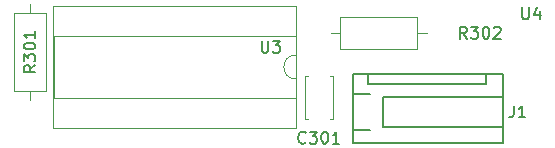
<source format=gto>
G04 #@! TF.GenerationSoftware,KiCad,Pcbnew,(5.1.4)-1*
G04 #@! TF.CreationDate,2019-09-16T22:11:13+02:00*
G04 #@! TF.ProjectId,Display,44697370-6c61-4792-9e6b-696361645f70,1.1*
G04 #@! TF.SameCoordinates,PXd59f80PY1d905c0*
G04 #@! TF.FileFunction,Legend,Top*
G04 #@! TF.FilePolarity,Positive*
%FSLAX46Y46*%
G04 Gerber Fmt 4.6, Leading zero omitted, Abs format (unit mm)*
G04 Created by KiCad (PCBNEW (5.1.4)-1) date 2019-09-16 22:11:13*
%MOMM*%
%LPD*%
G04 APERTURE LIST*
%ADD10C,0.120000*%
%ADD11C,0.150000*%
%ADD12O,1.702000X1.702000*%
%ADD13C,1.702000*%
%ADD14O,2.134000X2.134000*%
%ADD15R,2.134000X2.134000*%
%ADD16O,1.802000X1.802000*%
%ADD17R,1.802000X1.802000*%
%ADD18R,1.702000X1.702000*%
G04 APERTURE END LIST*
D10*
X28632500Y10680000D02*
X29402500Y10680000D01*
X36712500Y10680000D02*
X35942500Y10680000D01*
X29402500Y9310000D02*
X35942500Y9310000D01*
X29402500Y12050000D02*
X29402500Y9310000D01*
X35942500Y12050000D02*
X29402500Y12050000D01*
X35942500Y9310000D02*
X35942500Y12050000D01*
X3145000Y13132500D02*
X3145000Y12362500D01*
X3145000Y5052500D02*
X3145000Y5822500D01*
X1775000Y12362500D02*
X1775000Y5822500D01*
X4515000Y12362500D02*
X1775000Y12362500D01*
X4515000Y5822500D02*
X4515000Y12362500D01*
X1775000Y5822500D02*
X4515000Y5822500D01*
D11*
X31755000Y6412500D02*
X41755000Y6412500D01*
X43190000Y1412500D02*
X43190000Y7212500D01*
X32990000Y2742500D02*
X43190000Y2742500D01*
X30440000Y1412500D02*
X30440000Y7212500D01*
X30440000Y2462500D02*
X31920000Y2462500D01*
X32990000Y5282500D02*
X32990000Y2742500D01*
X30440000Y5562500D02*
X31920000Y5562500D01*
X32990000Y5282500D02*
X43190000Y5282500D01*
X30440000Y7212500D02*
X43190000Y7212500D01*
X30440000Y1412500D02*
X43190000Y1412500D01*
X31755000Y6412500D02*
X31755000Y7212500D01*
X41755000Y6412500D02*
X41755000Y7212500D01*
D10*
X25680500Y2682500D02*
X25680500Y12962500D01*
X5120500Y2682500D02*
X25680500Y2682500D01*
X5120500Y12962500D02*
X5120500Y2682500D01*
X25680500Y12962500D02*
X5120500Y12962500D01*
X25620500Y5172500D02*
X25620500Y6822500D01*
X5180500Y5172500D02*
X25620500Y5172500D01*
X5180500Y10472500D02*
X5180500Y5172500D01*
X25620500Y10472500D02*
X5180500Y10472500D01*
X25620500Y8822500D02*
X25620500Y10472500D01*
X25620500Y6822500D02*
G75*
G02X25620500Y8822500I0J1000000D01*
G01*
X28517500Y7082500D02*
X28762500Y7082500D01*
X26422500Y7082500D02*
X26667500Y7082500D01*
X28517500Y3442500D02*
X28762500Y3442500D01*
X26422500Y3442500D02*
X26667500Y3442500D01*
X28762500Y3442500D02*
X28762500Y7082500D01*
X26422500Y3442500D02*
X26422500Y7082500D01*
D11*
X40125952Y10227620D02*
X39792619Y10703810D01*
X39554523Y10227620D02*
X39554523Y11227620D01*
X39935476Y11227620D01*
X40030714Y11180000D01*
X40078333Y11132381D01*
X40125952Y11037143D01*
X40125952Y10894286D01*
X40078333Y10799048D01*
X40030714Y10751429D01*
X39935476Y10703810D01*
X39554523Y10703810D01*
X40459285Y11227620D02*
X41078333Y11227620D01*
X40745000Y10846667D01*
X40887857Y10846667D01*
X40983095Y10799048D01*
X41030714Y10751429D01*
X41078333Y10656191D01*
X41078333Y10418096D01*
X41030714Y10322858D01*
X40983095Y10275239D01*
X40887857Y10227620D01*
X40602142Y10227620D01*
X40506904Y10275239D01*
X40459285Y10322858D01*
X41697380Y11227620D02*
X41792619Y11227620D01*
X41887857Y11180000D01*
X41935476Y11132381D01*
X41983095Y11037143D01*
X42030714Y10846667D01*
X42030714Y10608572D01*
X41983095Y10418096D01*
X41935476Y10322858D01*
X41887857Y10275239D01*
X41792619Y10227620D01*
X41697380Y10227620D01*
X41602142Y10275239D01*
X41554523Y10322858D01*
X41506904Y10418096D01*
X41459285Y10608572D01*
X41459285Y10846667D01*
X41506904Y11037143D01*
X41554523Y11132381D01*
X41602142Y11180000D01*
X41697380Y11227620D01*
X42411666Y11132381D02*
X42459285Y11180000D01*
X42554523Y11227620D01*
X42792619Y11227620D01*
X42887857Y11180000D01*
X42935476Y11132381D01*
X42983095Y11037143D01*
X42983095Y10941905D01*
X42935476Y10799048D01*
X42364047Y10227620D01*
X42983095Y10227620D01*
X3597380Y7973453D02*
X3121190Y7640120D01*
X3597380Y7402024D02*
X2597380Y7402024D01*
X2597380Y7782977D01*
X2645000Y7878215D01*
X2692619Y7925834D01*
X2787857Y7973453D01*
X2930714Y7973453D01*
X3025952Y7925834D01*
X3073571Y7878215D01*
X3121190Y7782977D01*
X3121190Y7402024D01*
X2597380Y8306786D02*
X2597380Y8925834D01*
X2978333Y8592500D01*
X2978333Y8735358D01*
X3025952Y8830596D01*
X3073571Y8878215D01*
X3168809Y8925834D01*
X3406904Y8925834D01*
X3502142Y8878215D01*
X3549761Y8830596D01*
X3597380Y8735358D01*
X3597380Y8449643D01*
X3549761Y8354405D01*
X3502142Y8306786D01*
X2597380Y9544881D02*
X2597380Y9640120D01*
X2645000Y9735358D01*
X2692619Y9782977D01*
X2787857Y9830596D01*
X2978333Y9878215D01*
X3216428Y9878215D01*
X3406904Y9830596D01*
X3502142Y9782977D01*
X3549761Y9735358D01*
X3597380Y9640120D01*
X3597380Y9544881D01*
X3549761Y9449643D01*
X3502142Y9402024D01*
X3406904Y9354405D01*
X3216428Y9306786D01*
X2978333Y9306786D01*
X2787857Y9354405D01*
X2692619Y9402024D01*
X2645000Y9449643D01*
X2597380Y9544881D01*
X3597380Y10830596D02*
X3597380Y10259167D01*
X3597380Y10544881D02*
X2597380Y10544881D01*
X2740238Y10449643D01*
X2835476Y10354405D01*
X2883095Y10259167D01*
X44086666Y4560120D02*
X44086666Y3845834D01*
X44039047Y3702977D01*
X43943809Y3607739D01*
X43800952Y3560120D01*
X43705714Y3560120D01*
X45086666Y3560120D02*
X44515238Y3560120D01*
X44800952Y3560120D02*
X44800952Y4560120D01*
X44705714Y4417262D01*
X44610476Y4322024D01*
X44515238Y4274405D01*
X44801095Y12878620D02*
X44801095Y12069096D01*
X44848714Y11973858D01*
X44896333Y11926239D01*
X44991571Y11878620D01*
X45182047Y11878620D01*
X45277285Y11926239D01*
X45324904Y11973858D01*
X45372523Y12069096D01*
X45372523Y12878620D01*
X46277285Y12545286D02*
X46277285Y11878620D01*
X46039190Y12926239D02*
X45801095Y12211953D01*
X46420142Y12211953D01*
X22738095Y10047620D02*
X22738095Y9238096D01*
X22785714Y9142858D01*
X22833333Y9095239D01*
X22928571Y9047620D01*
X23119047Y9047620D01*
X23214285Y9095239D01*
X23261904Y9142858D01*
X23309523Y9238096D01*
X23309523Y10047620D01*
X23690476Y10047620D02*
X24309523Y10047620D01*
X23976190Y9666667D01*
X24119047Y9666667D01*
X24214285Y9619048D01*
X24261904Y9571429D01*
X24309523Y9476191D01*
X24309523Y9238096D01*
X24261904Y9142858D01*
X24214285Y9095239D01*
X24119047Y9047620D01*
X23833333Y9047620D01*
X23738095Y9095239D01*
X23690476Y9142858D01*
X26473452Y1432858D02*
X26425833Y1385239D01*
X26282976Y1337620D01*
X26187738Y1337620D01*
X26044880Y1385239D01*
X25949642Y1480477D01*
X25902023Y1575715D01*
X25854404Y1766191D01*
X25854404Y1909048D01*
X25902023Y2099524D01*
X25949642Y2194762D01*
X26044880Y2290000D01*
X26187738Y2337620D01*
X26282976Y2337620D01*
X26425833Y2290000D01*
X26473452Y2242381D01*
X26806785Y2337620D02*
X27425833Y2337620D01*
X27092500Y1956667D01*
X27235357Y1956667D01*
X27330595Y1909048D01*
X27378214Y1861429D01*
X27425833Y1766191D01*
X27425833Y1528096D01*
X27378214Y1432858D01*
X27330595Y1385239D01*
X27235357Y1337620D01*
X26949642Y1337620D01*
X26854404Y1385239D01*
X26806785Y1432858D01*
X28044880Y2337620D02*
X28140119Y2337620D01*
X28235357Y2290000D01*
X28282976Y2242381D01*
X28330595Y2147143D01*
X28378214Y1956667D01*
X28378214Y1718572D01*
X28330595Y1528096D01*
X28282976Y1432858D01*
X28235357Y1385239D01*
X28140119Y1337620D01*
X28044880Y1337620D01*
X27949642Y1385239D01*
X27902023Y1432858D01*
X27854404Y1528096D01*
X27806785Y1718572D01*
X27806785Y1956667D01*
X27854404Y2147143D01*
X27902023Y2242381D01*
X27949642Y2290000D01*
X28044880Y2337620D01*
X29330595Y1337620D02*
X28759166Y1337620D01*
X29044880Y1337620D02*
X29044880Y2337620D01*
X28949642Y2194762D01*
X28854404Y2099524D01*
X28759166Y2051905D01*
%LPC*%
D12*
X27592500Y10680000D03*
D13*
X37752500Y10680000D03*
D12*
X3145000Y14172500D03*
D13*
X3145000Y4012500D03*
D14*
X41880000Y4012500D03*
X39340000Y4012500D03*
X36800000Y4012500D03*
X34260000Y4012500D03*
D15*
X31720000Y4012500D03*
D16*
X6510500Y15125000D03*
X9050500Y15125000D03*
X11590500Y15125000D03*
X14130500Y15125000D03*
X16670500Y15125000D03*
X19210500Y15125000D03*
X21750500Y15125000D03*
X24290500Y15125000D03*
X26830500Y15125000D03*
X29370500Y15125000D03*
X31910500Y15125000D03*
X34450500Y15125000D03*
X36990500Y15125000D03*
X39530500Y15125000D03*
X42070500Y15125000D03*
D17*
X44610500Y15125000D03*
D12*
X24290500Y4012500D03*
X6510500Y11632500D03*
X21750500Y4012500D03*
X9050500Y11632500D03*
X19210500Y4012500D03*
X11590500Y11632500D03*
X16670500Y4012500D03*
X14130500Y11632500D03*
X14130500Y4012500D03*
X16670500Y11632500D03*
X11590500Y4012500D03*
X19210500Y11632500D03*
X9050500Y4012500D03*
X21750500Y11632500D03*
X6510500Y4012500D03*
D18*
X24290500Y11632500D03*
D13*
X27592500Y6512500D03*
X27592500Y4012500D03*
M02*

</source>
